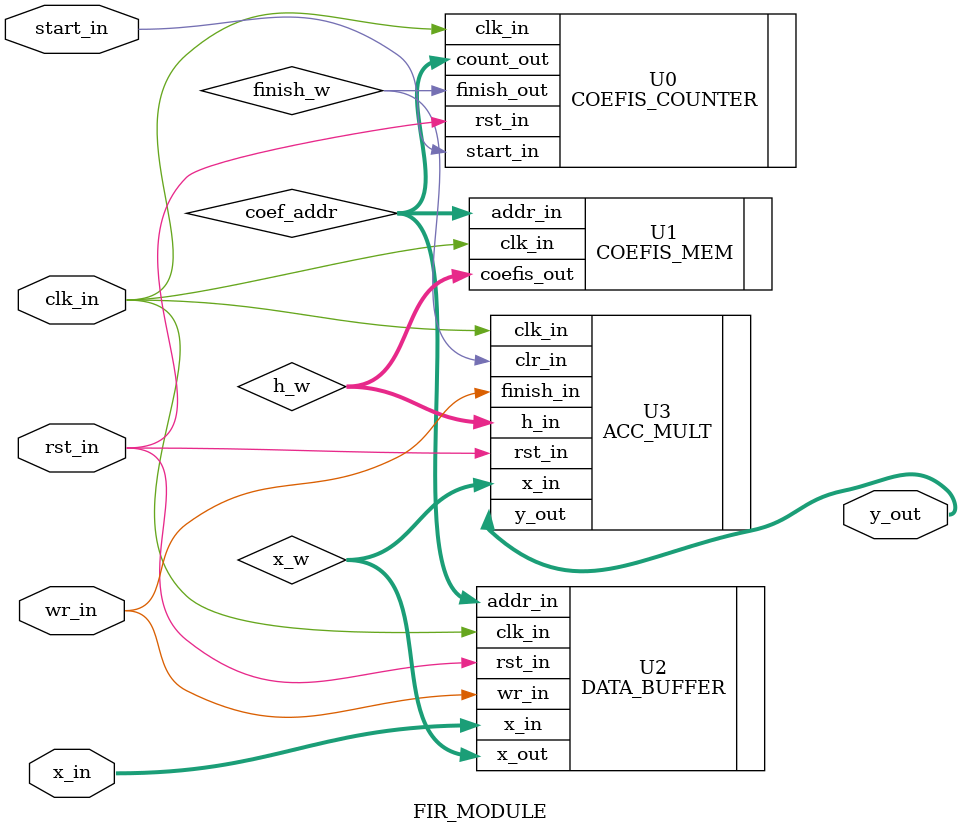
<source format=sv>
module FIR_MODULE
#(parameter ADDR_WIDTH=8, parameter coef_bank = "coefis0.txt", parameter N = 251)
(
	input						clk_in,
	input						rst_in,
	input						start_in,
	input						wr_in,
	input 		[11:0]	x_in,
	output 		[11:0]	y_out
);

	reg	[11:0] coefis_h;
	wire	[ADDR_WIDTH-1:0] coef_addr;
	reg	[11:0]	x_reg;
	reg	[23:0]	y_reg;
	wire	[11:0]	x_w;
	wire	signed [15:0]	h_w;
	wire				finish_w;
	
	
	
	COEFIS_COUNTER #(
		.ADDR_WIDTH		(ADDR_WIDTH), 
		.N					(N))
	U0(
		.clk_in			(clk_in),
		.rst_in			(rst_in),
		.start_in		(start_in),
		.finish_out		(finish_w),
		.count_out		(coef_addr)
	);
	
	COEFIS_MEM #(
		.ADDR_WIDTH		(ADDR_WIDTH),
		.coef_txt		("coefis0.txt")
	)
	U1(
		.clk_in			(clk_in),
		.addr_in			(coef_addr),
		.coefis_out		(h_w)
	);
	
	DATA_BUFFER #(
		.ADDR 			(ADDR_WIDTH), 
		.N 				(N))
	U2(
		.clk_in			(clk_in),
		.rst_in			(rst_in),
		.wr_in			(wr_in),
		//.rd_in			(rd_in),
		.addr_in			(coef_addr),
		.x_in				(x_in),
		.x_out			(x_w)
	);
	
	ACC_MULT U3(
		.clk_in			(clk_in),
		.rst_in			(rst_in),
		.clr_in			(finish_w),
		.finish_in		(wr_in),
		.x_in				(x_w),
		.h_in				(h_w),
		.y_out			(y_out)
	);

endmodule
</source>
